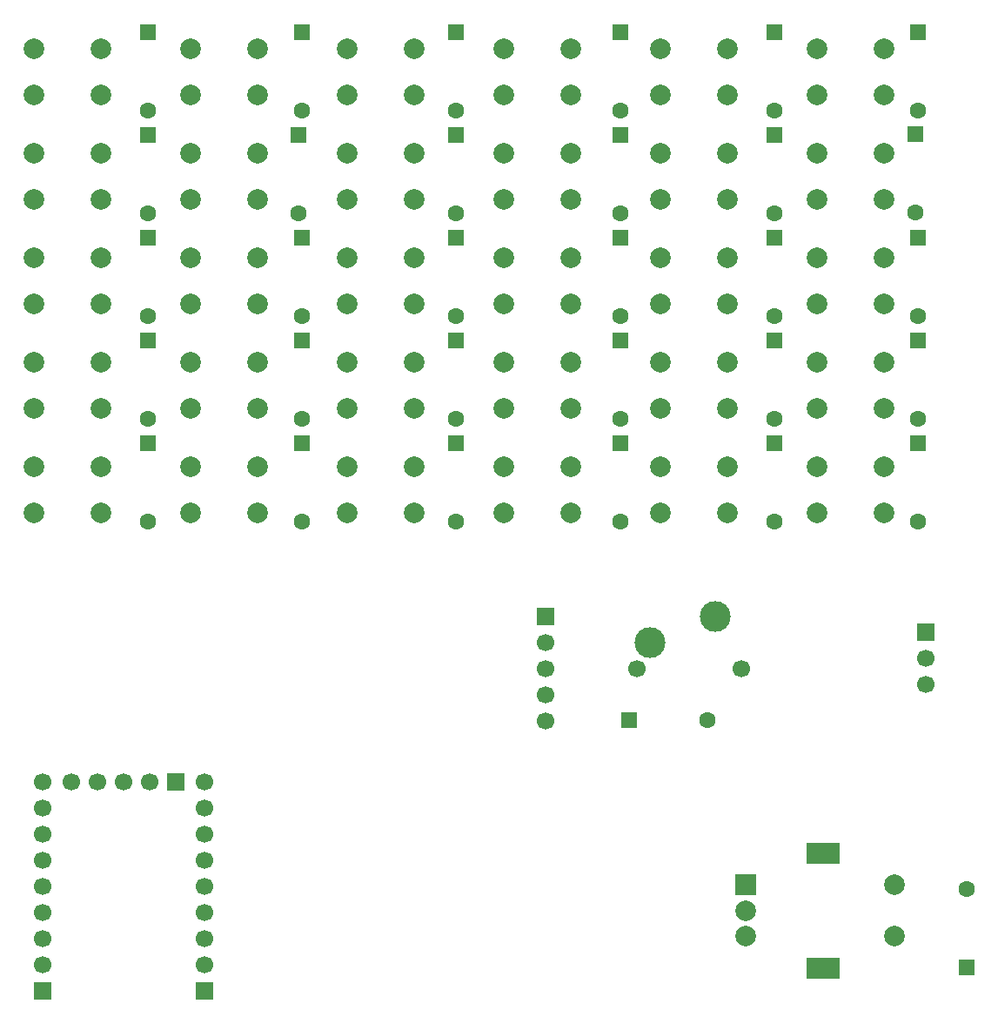
<source format=gbr>
%TF.GenerationSoftware,KiCad,Pcbnew,9.0.7*%
%TF.CreationDate,2026-02-01T21:10:00+09:00*%
%TF.ProjectId,YMMkeyboard,594d4d6b-6579-4626-9f61-72642e6b6963,rev?*%
%TF.SameCoordinates,Original*%
%TF.FileFunction,Soldermask,Top*%
%TF.FilePolarity,Negative*%
%FSLAX46Y46*%
G04 Gerber Fmt 4.6, Leading zero omitted, Abs format (unit mm)*
G04 Created by KiCad (PCBNEW 9.0.7) date 2026-02-01 21:10:00*
%MOMM*%
%LPD*%
G01*
G04 APERTURE LIST*
G04 Aperture macros list*
%AMRoundRect*
0 Rectangle with rounded corners*
0 $1 Rounding radius*
0 $2 $3 $4 $5 $6 $7 $8 $9 X,Y pos of 4 corners*
0 Add a 4 corners polygon primitive as box body*
4,1,4,$2,$3,$4,$5,$6,$7,$8,$9,$2,$3,0*
0 Add four circle primitives for the rounded corners*
1,1,$1+$1,$2,$3*
1,1,$1+$1,$4,$5*
1,1,$1+$1,$6,$7*
1,1,$1+$1,$8,$9*
0 Add four rect primitives between the rounded corners*
20,1,$1+$1,$2,$3,$4,$5,0*
20,1,$1+$1,$4,$5,$6,$7,0*
20,1,$1+$1,$6,$7,$8,$9,0*
20,1,$1+$1,$8,$9,$2,$3,0*%
G04 Aperture macros list end*
%ADD10R,1.700000X1.700000*%
%ADD11C,1.700000*%
%ADD12RoundRect,0.250000X-0.550000X-0.550000X0.550000X-0.550000X0.550000X0.550000X-0.550000X0.550000X0*%
%ADD13C,1.600000*%
%ADD14C,3.000000*%
%ADD15RoundRect,0.250000X-0.550000X0.550000X-0.550000X-0.550000X0.550000X-0.550000X0.550000X0.550000X0*%
%ADD16R,2.000000X2.000000*%
%ADD17C,2.000000*%
%ADD18R,3.200000X2.000000*%
%ADD19RoundRect,0.250000X0.550000X-0.550000X0.550000X0.550000X-0.550000X0.550000X-0.550000X-0.550000X0*%
G04 APERTURE END LIST*
D10*
%TO.C,U1*%
X118090000Y-118310000D03*
D11*
X118090000Y-115770000D03*
X118090000Y-113230000D03*
X118090000Y-110690000D03*
X118090000Y-108150000D03*
X118090000Y-105610000D03*
X118090000Y-103070000D03*
X118090000Y-100530000D03*
X118090000Y-97990000D03*
X120920000Y-98000000D03*
X123460000Y-98000000D03*
X126000000Y-98000000D03*
X128540000Y-98000000D03*
D10*
X131080000Y-98000000D03*
D11*
X133870000Y-97980000D03*
X133870000Y-100520000D03*
X133870000Y-103060000D03*
X133870000Y-105600000D03*
X133870000Y-108140000D03*
X133870000Y-110680000D03*
X133870000Y-113220000D03*
X133870000Y-115760000D03*
D10*
X133870000Y-118300000D03*
%TD*%
D12*
%TO.C,D29*%
X175190000Y-92000000D03*
D13*
X182810000Y-92000000D03*
%TD*%
D11*
%TO.C,REF\u002A\u002A*%
X175920000Y-87000000D03*
D14*
X177190000Y-84460000D03*
X183540000Y-81920000D03*
D11*
X186080000Y-87000000D03*
%TD*%
D13*
%TO.C,D9*%
X143000000Y-42730000D03*
D15*
X143000000Y-35110000D03*
%TD*%
%TO.C,D13*%
X203000000Y-35000000D03*
D13*
X203000000Y-42620000D03*
%TD*%
%TO.C,D3*%
X143300000Y-32700000D03*
D15*
X143300000Y-25080000D03*
%TD*%
D13*
%TO.C,D15*%
X143300000Y-52700000D03*
D15*
X143300000Y-45080000D03*
%TD*%
D13*
%TO.C,D12*%
X189300000Y-42700000D03*
D15*
X189300000Y-35080000D03*
%TD*%
D13*
%TO.C,D2*%
X128300000Y-32700000D03*
D15*
X128300000Y-25080000D03*
%TD*%
D16*
%TO.C,SW32*%
X186500000Y-108000000D03*
D17*
X186500000Y-113000000D03*
X186500000Y-110500000D03*
D18*
X194000000Y-104900000D03*
X194000000Y-116100000D03*
D17*
X201000000Y-113000000D03*
X201000000Y-108000000D03*
%TD*%
%TO.C,SW31*%
X193460000Y-67320000D03*
X199960000Y-67320000D03*
X193460000Y-71820000D03*
X199960000Y-71820000D03*
%TD*%
%TO.C,SW30*%
X178220000Y-67320000D03*
X184720000Y-67320000D03*
X178220000Y-71820000D03*
X184720000Y-71820000D03*
%TD*%
%TO.C,SW29*%
X162980000Y-67320000D03*
X169480000Y-67320000D03*
X162980000Y-71820000D03*
X169480000Y-71820000D03*
%TD*%
%TO.C,SW28*%
X147740000Y-67320000D03*
X154240000Y-67320000D03*
X147740000Y-71820000D03*
X154240000Y-71820000D03*
%TD*%
%TO.C,SW27*%
X132500000Y-67320000D03*
X139000000Y-67320000D03*
X132500000Y-71820000D03*
X139000000Y-71820000D03*
%TD*%
%TO.C,SW26*%
X117260000Y-67320000D03*
X123760000Y-67320000D03*
X117260000Y-71820000D03*
X123760000Y-71820000D03*
%TD*%
%TO.C,SW25*%
X193460000Y-57160000D03*
X199960000Y-57160000D03*
X193460000Y-61660000D03*
X199960000Y-61660000D03*
%TD*%
%TO.C,SW24*%
X178220000Y-57160000D03*
X184720000Y-57160000D03*
X178220000Y-61660000D03*
X184720000Y-61660000D03*
%TD*%
%TO.C,SW23*%
X162980000Y-57160000D03*
X169480000Y-57160000D03*
X162980000Y-61660000D03*
X169480000Y-61660000D03*
%TD*%
%TO.C,SW22*%
X147740000Y-57160000D03*
X154240000Y-57160000D03*
X147740000Y-61660000D03*
X154240000Y-61660000D03*
%TD*%
%TO.C,SW21*%
X132500000Y-57160000D03*
X139000000Y-57160000D03*
X132500000Y-61660000D03*
X139000000Y-61660000D03*
%TD*%
%TO.C,SW20*%
X117260000Y-57160000D03*
X123760000Y-57160000D03*
X117260000Y-61660000D03*
X123760000Y-61660000D03*
%TD*%
%TO.C,SW19*%
X193460000Y-47000000D03*
X199960000Y-47000000D03*
X193460000Y-51500000D03*
X199960000Y-51500000D03*
%TD*%
%TO.C,SW18*%
X178220000Y-47000000D03*
X184720000Y-47000000D03*
X178220000Y-51500000D03*
X184720000Y-51500000D03*
%TD*%
%TO.C,SW17*%
X162980000Y-47000000D03*
X169480000Y-47000000D03*
X162980000Y-51500000D03*
X169480000Y-51500000D03*
%TD*%
%TO.C,SW16*%
X147740000Y-47000000D03*
X154240000Y-47000000D03*
X147740000Y-51500000D03*
X154240000Y-51500000D03*
%TD*%
%TO.C,SW15*%
X132500000Y-47000000D03*
X139000000Y-47000000D03*
X132500000Y-51500000D03*
X139000000Y-51500000D03*
%TD*%
%TO.C,SW14*%
X117260000Y-47000000D03*
X123760000Y-47000000D03*
X117260000Y-51500000D03*
X123760000Y-51500000D03*
%TD*%
%TO.C,SW13*%
X193460000Y-36840000D03*
X199960000Y-36840000D03*
X193460000Y-41340000D03*
X199960000Y-41340000D03*
%TD*%
%TO.C,SW12*%
X178220000Y-36840000D03*
X184720000Y-36840000D03*
X178220000Y-41340000D03*
X184720000Y-41340000D03*
%TD*%
%TO.C,SW11*%
X162980000Y-36840000D03*
X169480000Y-36840000D03*
X162980000Y-41340000D03*
X169480000Y-41340000D03*
%TD*%
%TO.C,SW10*%
X147740000Y-36840000D03*
X154240000Y-36840000D03*
X147740000Y-41340000D03*
X154240000Y-41340000D03*
%TD*%
%TO.C,SW9*%
X132500000Y-36840000D03*
X139000000Y-36840000D03*
X132500000Y-41340000D03*
X139000000Y-41340000D03*
%TD*%
%TO.C,SW8*%
X117260000Y-36840000D03*
X123760000Y-36840000D03*
X117260000Y-41340000D03*
X123760000Y-41340000D03*
%TD*%
%TO.C,SW7*%
X193460000Y-26680000D03*
X199960000Y-26680000D03*
X193460000Y-31180000D03*
X199960000Y-31180000D03*
%TD*%
%TO.C,SW6*%
X178220000Y-26680000D03*
X184720000Y-26680000D03*
X178220000Y-31180000D03*
X184720000Y-31180000D03*
%TD*%
%TO.C,SW5*%
X162980000Y-26680000D03*
X169480000Y-26680000D03*
X162980000Y-31180000D03*
X169480000Y-31180000D03*
%TD*%
%TO.C,SW4*%
X147740000Y-26680000D03*
X154240000Y-26680000D03*
X147740000Y-31180000D03*
X154240000Y-31180000D03*
%TD*%
%TO.C,SW3*%
X132500000Y-26735000D03*
X139000000Y-26735000D03*
X132500000Y-31235000D03*
X139000000Y-31235000D03*
%TD*%
%TO.C,SW2*%
X117260000Y-26680000D03*
X123760000Y-26680000D03*
X117260000Y-31180000D03*
X123760000Y-31180000D03*
%TD*%
D10*
%TO.C,J3*%
X204000000Y-83460000D03*
D11*
X204000000Y-86000000D03*
X204000000Y-88540000D03*
%TD*%
D10*
%TO.C,J1*%
X167000000Y-81920000D03*
D11*
X167000000Y-84460000D03*
X167000000Y-87000000D03*
X167000000Y-89540000D03*
X167000000Y-92080000D03*
%TD*%
D19*
%TO.C,D32*%
X208000000Y-116000000D03*
D13*
X208000000Y-108380000D03*
%TD*%
D15*
%TO.C,D31*%
X203300000Y-65080000D03*
D13*
X203300000Y-72700000D03*
%TD*%
D15*
%TO.C,D30*%
X189300000Y-65080000D03*
D13*
X189300000Y-72700000D03*
%TD*%
D15*
%TO.C,D29*%
X174300000Y-65080000D03*
D13*
X174300000Y-72700000D03*
%TD*%
D15*
%TO.C,D28*%
X158300000Y-65080000D03*
D13*
X158300000Y-72700000D03*
%TD*%
D15*
%TO.C,D27*%
X143300000Y-65080000D03*
D13*
X143300000Y-72700000D03*
%TD*%
D15*
%TO.C,D26*%
X128300000Y-65080000D03*
D13*
X128300000Y-72700000D03*
%TD*%
D15*
%TO.C,D25*%
X203300000Y-55080000D03*
D13*
X203300000Y-62700000D03*
%TD*%
D15*
%TO.C,D24*%
X189300000Y-55080000D03*
D13*
X189300000Y-62700000D03*
%TD*%
D15*
%TO.C,D23*%
X174300000Y-55080000D03*
D13*
X174300000Y-62700000D03*
%TD*%
D15*
%TO.C,D22*%
X158300000Y-55080000D03*
D13*
X158300000Y-62700000D03*
%TD*%
D15*
%TO.C,D21*%
X143300000Y-55080000D03*
D13*
X143300000Y-62700000D03*
%TD*%
D15*
%TO.C,D20*%
X128300000Y-55080000D03*
D13*
X128300000Y-62700000D03*
%TD*%
D15*
%TO.C,D19*%
X203300000Y-45080000D03*
D13*
X203300000Y-52700000D03*
%TD*%
D15*
%TO.C,D18*%
X189300000Y-45080000D03*
D13*
X189300000Y-52700000D03*
%TD*%
D15*
%TO.C,D17*%
X174300000Y-45080000D03*
D13*
X174300000Y-52700000D03*
%TD*%
D15*
%TO.C,D16*%
X158300000Y-45080000D03*
D13*
X158300000Y-52700000D03*
%TD*%
D15*
%TO.C,D14*%
X128300000Y-45080000D03*
D13*
X128300000Y-52700000D03*
%TD*%
D15*
%TO.C,D11*%
X174300000Y-35080000D03*
D13*
X174300000Y-42700000D03*
%TD*%
D15*
%TO.C,D10*%
X158300000Y-35080000D03*
D13*
X158300000Y-42700000D03*
%TD*%
D15*
%TO.C,D8*%
X128300000Y-35080000D03*
D13*
X128300000Y-42700000D03*
%TD*%
D15*
%TO.C,D7*%
X203300000Y-25080000D03*
D13*
X203300000Y-32700000D03*
%TD*%
D15*
%TO.C,D6*%
X189300000Y-25080000D03*
D13*
X189300000Y-32700000D03*
%TD*%
D15*
%TO.C,D5*%
X174300000Y-25080000D03*
D13*
X174300000Y-32700000D03*
%TD*%
D15*
%TO.C,D4*%
X158300000Y-25080000D03*
D13*
X158300000Y-32700000D03*
%TD*%
M02*

</source>
